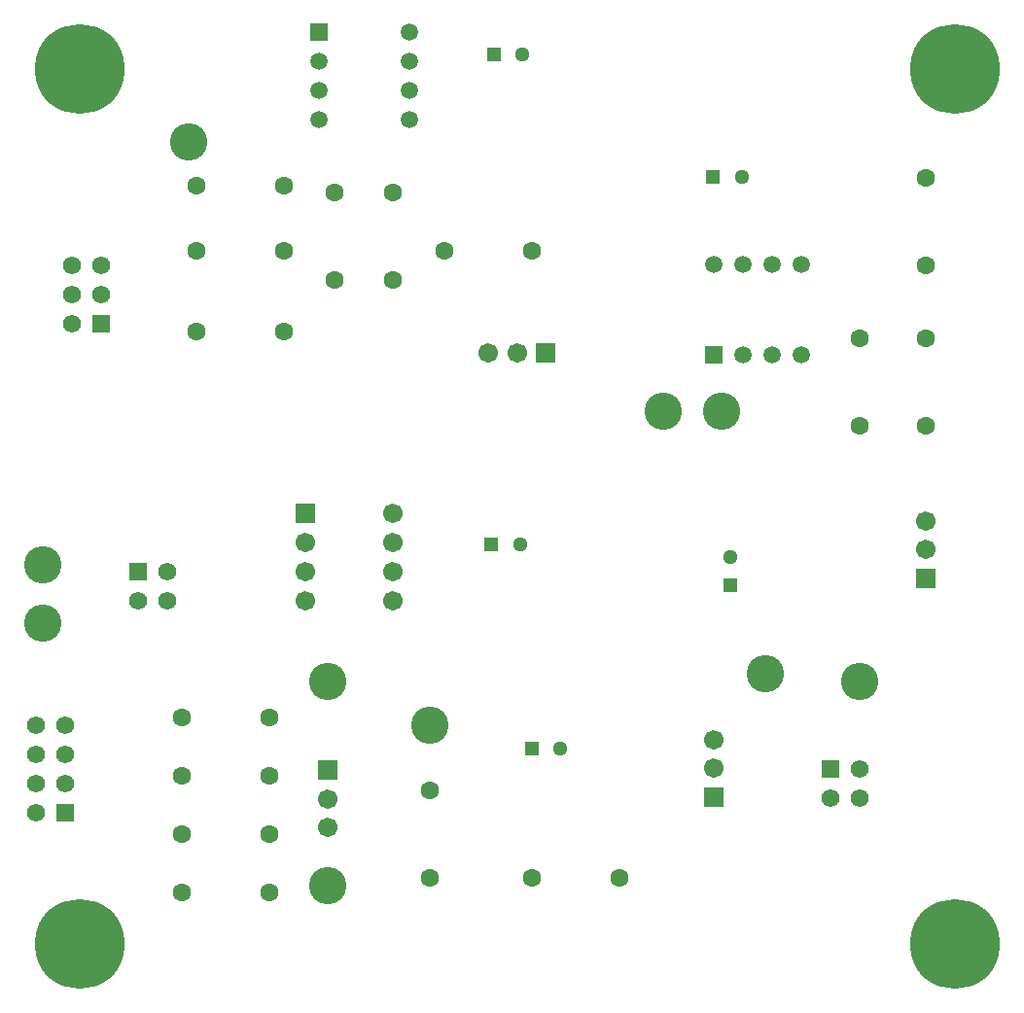
<source format=gbr>
G04 Layer_Color=16711935*
%FSLAX23Y23*%
%MOIN*%
%TF.FileFunction,Soldermask,Bot*%
%TF.Part,Single*%
G01*
G75*
%TA.AperFunction,ViaPad*%
%ADD31C,0.308*%
%ADD32C,0.128*%
%TA.AperFunction,ComponentPad*%
%ADD33R,0.051X0.051*%
%ADD34C,0.051*%
%ADD35R,0.051X0.051*%
%ADD36C,0.063*%
%ADD37C,0.067*%
%ADD38R,0.067X0.067*%
%ADD39C,0.062*%
%ADD40R,0.062X0.062*%
%ADD41R,0.067X0.067*%
%ADD42C,0.059*%
%ADD43R,0.059X0.059*%
%ADD44C,0.067*%
%ADD45R,0.067X0.067*%
%ADD46R,0.059X0.059*%
D31*
X1250Y1250D02*
D03*
X4250D02*
D03*
Y4250D02*
D03*
X1250D02*
D03*
D32*
X2100Y1450D02*
D03*
X2450Y2000D02*
D03*
X2100Y2150D02*
D03*
X1125Y2550D02*
D03*
Y2350D02*
D03*
X1625Y4000D02*
D03*
X3250Y3075D02*
D03*
X3450D02*
D03*
X3600Y2175D02*
D03*
X3925Y2150D02*
D03*
D33*
X2662Y2620D02*
D03*
X2800Y1920D02*
D03*
X3422Y3880D02*
D03*
X2671Y4300D02*
D03*
D34*
X2760Y2620D02*
D03*
X2898Y1920D02*
D03*
X3480Y2578D02*
D03*
X3520Y3880D02*
D03*
X2769Y4300D02*
D03*
D35*
X3480Y2480D02*
D03*
D36*
X1600Y1425D02*
D03*
Y1625D02*
D03*
Y1825D02*
D03*
Y2025D02*
D03*
X1900Y1825D02*
D03*
Y1625D02*
D03*
Y1425D02*
D03*
X2450Y1475D02*
D03*
Y1775D02*
D03*
X2800Y1475D02*
D03*
X3100D02*
D03*
X1900Y2025D02*
D03*
X1950Y3350D02*
D03*
X2125Y3525D02*
D03*
X2325D02*
D03*
X2500Y3625D02*
D03*
X2325Y3825D02*
D03*
X2125D02*
D03*
X1950Y3850D02*
D03*
Y3625D02*
D03*
X1650Y3850D02*
D03*
Y3625D02*
D03*
Y3350D02*
D03*
X2800Y3625D02*
D03*
X3925Y3025D02*
D03*
X4150D02*
D03*
Y3325D02*
D03*
Y3575D02*
D03*
X3925Y3325D02*
D03*
X4150Y3875D02*
D03*
D37*
X2100Y1650D02*
D03*
Y1748D02*
D03*
X3425Y1852D02*
D03*
Y1950D02*
D03*
X4150Y2602D02*
D03*
Y2700D02*
D03*
X2750Y3275D02*
D03*
X2652D02*
D03*
D38*
X2100Y1847D02*
D03*
X3425Y1753D02*
D03*
X4150Y2503D02*
D03*
D39*
X1100Y1700D02*
D03*
X1200Y1800D02*
D03*
Y1900D02*
D03*
Y2000D02*
D03*
X1100D02*
D03*
Y1900D02*
D03*
Y1800D02*
D03*
X1550Y2425D02*
D03*
Y2525D02*
D03*
X1450Y2425D02*
D03*
X1225Y3375D02*
D03*
X1325Y3475D02*
D03*
Y3575D02*
D03*
X1225D02*
D03*
Y3475D02*
D03*
X3825Y1750D02*
D03*
X3925D02*
D03*
Y1850D02*
D03*
D40*
X1200Y1700D02*
D03*
X1450Y2525D02*
D03*
X1325Y3375D02*
D03*
X3825Y1850D02*
D03*
D41*
X2848Y3275D02*
D03*
D42*
X3525Y3270D02*
D03*
X3625D02*
D03*
X3725D02*
D03*
Y3580D02*
D03*
X3625D02*
D03*
X3525D02*
D03*
X3425D02*
D03*
X2380Y4375D02*
D03*
Y4275D02*
D03*
Y4175D02*
D03*
Y4075D02*
D03*
X2070Y4275D02*
D03*
Y4175D02*
D03*
Y4075D02*
D03*
D43*
X2070Y4375D02*
D03*
D44*
X2325Y2425D02*
D03*
Y2525D02*
D03*
Y2625D02*
D03*
Y2725D02*
D03*
X2025Y2625D02*
D03*
Y2525D02*
D03*
Y2425D02*
D03*
D45*
X2025Y2725D02*
D03*
D46*
X3425Y3270D02*
D03*
%TF.MD5,ff1b7bf266d9ccdaf68b26eeaf212691*%
M02*

</source>
